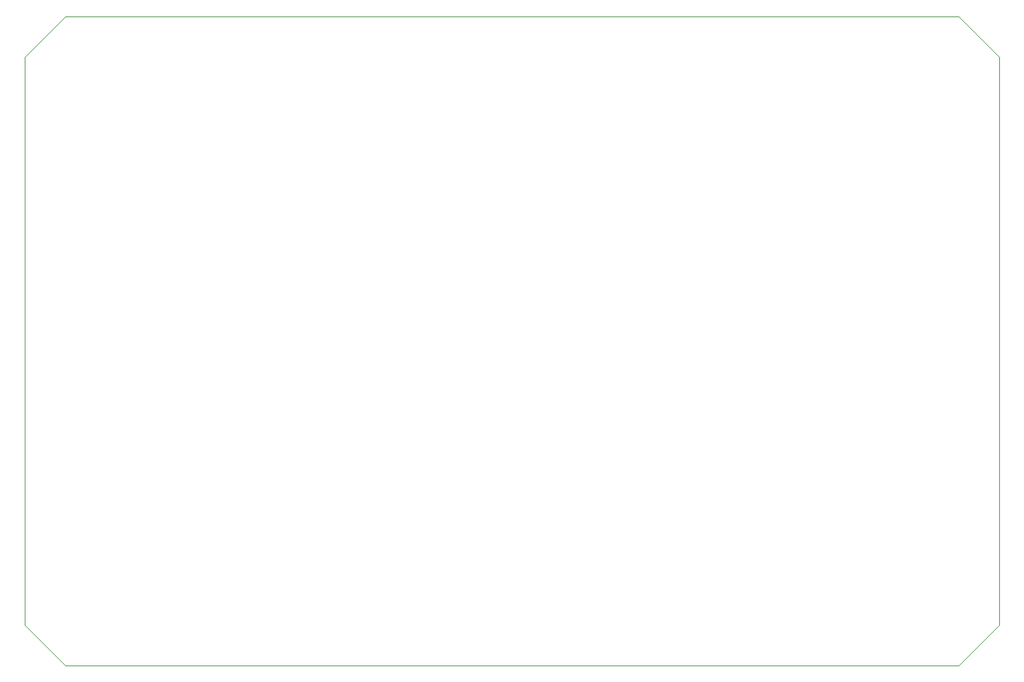
<source format=gbr>
%TF.GenerationSoftware,KiCad,Pcbnew,(5.1.8)-1*%
%TF.CreationDate,2021-11-07T18:09:00-05:00*%
%TF.ProjectId,Control_pad,436f6e74-726f-46c5-9f70-61642e6b6963,rev?*%
%TF.SameCoordinates,Original*%
%TF.FileFunction,Profile,NP*%
%FSLAX46Y46*%
G04 Gerber Fmt 4.6, Leading zero omitted, Abs format (unit mm)*
G04 Created by KiCad (PCBNEW (5.1.8)-1) date 2021-11-07 18:09:00*
%MOMM*%
%LPD*%
G01*
G04 APERTURE LIST*
%TA.AperFunction,Profile*%
%ADD10C,0.050000*%
%TD*%
G04 APERTURE END LIST*
D10*
X210000000Y-140000000D02*
X165000000Y-140000000D01*
X215000000Y-135000000D02*
X210000000Y-140000000D01*
X215000000Y-65000000D02*
X215000000Y-135000000D01*
X210000000Y-60000000D02*
X215000000Y-65000000D01*
X165000000Y-60000000D02*
X210000000Y-60000000D01*
X100000000Y-140000000D02*
X165000000Y-140000000D01*
X95000000Y-135000000D02*
X100000000Y-140000000D01*
X95000000Y-65000000D02*
X95000000Y-135000000D01*
X100000000Y-60000000D02*
X95000000Y-65000000D01*
X100000000Y-60000000D02*
X165000000Y-60000000D01*
M02*

</source>
